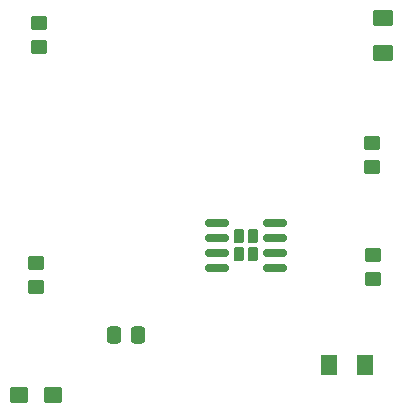
<source format=gbr>
%TF.GenerationSoftware,KiCad,Pcbnew,(6.0.10)*%
%TF.CreationDate,2023-02-17T12:18:30-08:00*%
%TF.ProjectId,exercise2,65786572-6369-4736-9532-2e6b69636164,rev?*%
%TF.SameCoordinates,Original*%
%TF.FileFunction,Paste,Top*%
%TF.FilePolarity,Positive*%
%FSLAX46Y46*%
G04 Gerber Fmt 4.6, Leading zero omitted, Abs format (unit mm)*
G04 Created by KiCad (PCBNEW (6.0.10)) date 2023-02-17 12:18:30*
%MOMM*%
%LPD*%
G01*
G04 APERTURE LIST*
G04 Aperture macros list*
%AMRoundRect*
0 Rectangle with rounded corners*
0 $1 Rounding radius*
0 $2 $3 $4 $5 $6 $7 $8 $9 X,Y pos of 4 corners*
0 Add a 4 corners polygon primitive as box body*
4,1,4,$2,$3,$4,$5,$6,$7,$8,$9,$2,$3,0*
0 Add four circle primitives for the rounded corners*
1,1,$1+$1,$2,$3*
1,1,$1+$1,$4,$5*
1,1,$1+$1,$6,$7*
1,1,$1+$1,$8,$9*
0 Add four rect primitives between the rounded corners*
20,1,$1+$1,$2,$3,$4,$5,0*
20,1,$1+$1,$4,$5,$6,$7,0*
20,1,$1+$1,$6,$7,$8,$9,0*
20,1,$1+$1,$8,$9,$2,$3,0*%
G04 Aperture macros list end*
%ADD10RoundRect,0.250001X0.624999X-0.462499X0.624999X0.462499X-0.624999X0.462499X-0.624999X-0.462499X0*%
%ADD11RoundRect,0.250000X-0.450000X0.350000X-0.450000X-0.350000X0.450000X-0.350000X0.450000X0.350000X0*%
%ADD12RoundRect,0.250001X-0.462499X-0.624999X0.462499X-0.624999X0.462499X0.624999X-0.462499X0.624999X0*%
%ADD13RoundRect,0.230000X0.230000X0.375000X-0.230000X0.375000X-0.230000X-0.375000X0.230000X-0.375000X0*%
%ADD14RoundRect,0.150000X0.825000X0.150000X-0.825000X0.150000X-0.825000X-0.150000X0.825000X-0.150000X0*%
%ADD15RoundRect,0.250000X-0.537500X-0.425000X0.537500X-0.425000X0.537500X0.425000X-0.537500X0.425000X0*%
%ADD16RoundRect,0.250000X-0.337500X-0.475000X0.337500X-0.475000X0.337500X0.475000X-0.337500X0.475000X0*%
G04 APERTURE END LIST*
D10*
%TO.C,D1*%
X153887500Y-87847500D03*
X153887500Y-84872500D03*
%TD*%
D11*
%TO.C,R1*%
X124750000Y-85360000D03*
X124750000Y-87360000D03*
%TD*%
%TO.C,R3*%
X152915000Y-95520000D03*
X152915000Y-97520000D03*
%TD*%
D12*
%TO.C,D2*%
X149312500Y-114300000D03*
X152287500Y-114300000D03*
%TD*%
D13*
%TO.C,U1*%
X141670000Y-103390000D03*
X142810000Y-103390000D03*
X141670000Y-104890000D03*
X142810000Y-104890000D03*
D14*
X144715000Y-106045000D03*
X144715000Y-104775000D03*
X144715000Y-103505000D03*
X144715000Y-102235000D03*
X139765000Y-102235000D03*
X139765000Y-103505000D03*
X139765000Y-104775000D03*
X139765000Y-106045000D03*
%TD*%
D11*
%TO.C,R2*%
X124460000Y-105680000D03*
X124460000Y-107680000D03*
%TD*%
D15*
%TO.C,C1*%
X123022500Y-116840000D03*
X125897500Y-116840000D03*
%TD*%
D11*
%TO.C,R4*%
X153000000Y-104990000D03*
X153000000Y-106990000D03*
%TD*%
D16*
%TO.C,C2*%
X131042500Y-111760000D03*
X133117500Y-111760000D03*
%TD*%
M02*

</source>
